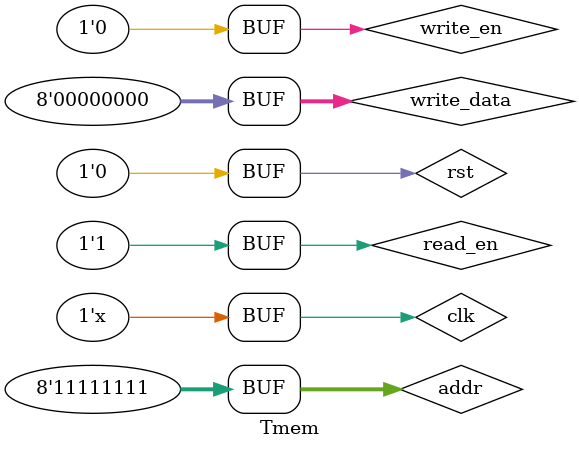
<source format=sv>
`timescale 1ns / 1ps


module Tmem(

    );

    reg clk, rst, write_en, read_en;
    reg [7:0] addr, write_data;

    wire [7:0] read_data;

    initial begin
        clk = 1'b0;
        rst = 1'b1;
        write_en = 1'b0;
        read_en = 1'b0;
        addr = 8'b00000000;
        write_data = 8'b00000000;

        #10 rst = 1'b0;

        for (integer i = 0; i < 256; i++) begin
            #10 write_en = 1'b0;
                addr = i;
                write_data = i;
            #10 write_en = 1'b1;
        end

        #10
        write_en = 1'b0;
        write_data = 8'b00000000;

        for (integer i = 0; i < 256; i++) begin
            #10 read_en = 1'b0;
                addr = i;
            #10 read_en = 1'b1;
        end

    end

    always #5 clk = ~clk;



TMemory tmem1(
    .clk(clk),
    .rst(rst),
    
    .write_en(write_en),
    .read_en(read_en),

    .addr(addr),
    .write_data(write_data),

    .read_data(read_data)
    );

endmodule

</source>
